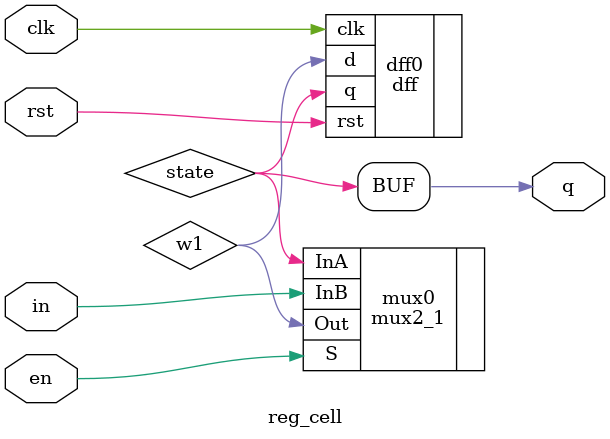
<source format=v>
module reg_cell(q, in, en, clk, rst);

	output q;
	input in, en, clk, rst;
	
	wire w1;
	
	wire            state;

    	assign q = state;
    	
    	mux2_1 mux0(.Out(w1), .S(en), .InA(state), .InB(in));
    	
	dff dff0(.q(state), .d(w1), .clk(clk), .rst(rst));

endmodule

</source>
